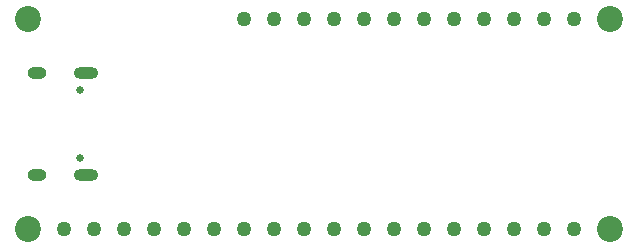
<source format=gbr>
%TF.GenerationSoftware,KiCad,Pcbnew,(5.1.10-1-10_14)*%
%TF.CreationDate,2021-09-29T18:41:22+08:00*%
%TF.ProjectId,esp32-nano,65737033-322d-46e6-916e-6f2e6b696361,1.0*%
%TF.SameCoordinates,Original*%
%TF.FileFunction,Soldermask,Bot*%
%TF.FilePolarity,Negative*%
%FSLAX46Y46*%
G04 Gerber Fmt 4.6, Leading zero omitted, Abs format (unit mm)*
G04 Created by KiCad (PCBNEW (5.1.10-1-10_14)) date 2021-09-29 18:41:22*
%MOMM*%
%LPD*%
G01*
G04 APERTURE LIST*
%ADD10C,2.200000*%
%ADD11O,2.100000X1.000000*%
%ADD12C,0.650000*%
%ADD13O,1.600000X1.000000*%
%ADD14C,1.270000*%
G04 APERTURE END LIST*
D10*
%TO.C,REF\u002A\u002A*%
X76454000Y-44958000D03*
%TD*%
%TO.C,REF\u002A\u002A*%
X76454000Y-27178000D03*
%TD*%
%TO.C,REF\u002A\u002A*%
X27178000Y-44958000D03*
%TD*%
%TO.C,REF\u002A\u002A*%
X27178000Y-27178000D03*
%TD*%
D11*
%TO.C,USB1*%
X32086000Y-40388000D03*
X32086000Y-31748000D03*
D12*
X31556000Y-33178000D03*
D13*
X27906000Y-31748000D03*
D12*
X31556000Y-38958000D03*
D13*
X27906000Y-40388000D03*
%TD*%
D14*
%TO.C,P3*%
X30226000Y-44958000D03*
X32766000Y-44958000D03*
X35306000Y-44958000D03*
X37846000Y-44958000D03*
X40386000Y-44958000D03*
X42926000Y-44958000D03*
X45466000Y-44958000D03*
X48006000Y-44958000D03*
X50546000Y-44958000D03*
X53086000Y-44958000D03*
X55626000Y-44958000D03*
X58166000Y-44958000D03*
X60706000Y-44958000D03*
X63246000Y-44958000D03*
X65786000Y-44958000D03*
X68326000Y-44958000D03*
X70866000Y-44958000D03*
X73406000Y-44958000D03*
%TD*%
%TO.C,P2*%
X45466000Y-27178000D03*
X48006000Y-27178000D03*
X50546000Y-27178000D03*
X53086000Y-27178000D03*
X55626000Y-27178000D03*
X58166000Y-27178000D03*
X60706000Y-27178000D03*
X63246000Y-27178000D03*
X65786000Y-27178000D03*
X68326000Y-27178000D03*
X70866000Y-27178000D03*
X73406000Y-27178000D03*
%TD*%
M02*

</source>
